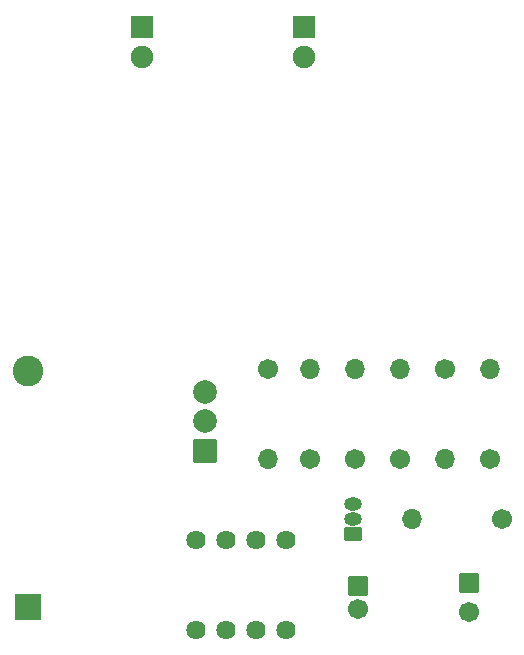
<source format=gts>
%TF.GenerationSoftware,KiCad,Pcbnew,(6.0.6)*%
%TF.CreationDate,2022-11-23T01:26:38+07:00*%
%TF.ProjectId,555_Badge,3535355f-4261-4646-9765-2e6b69636164,v01*%
%TF.SameCoordinates,Original*%
%TF.FileFunction,Soldermask,Top*%
%TF.FilePolarity,Negative*%
%FSLAX46Y46*%
G04 Gerber Fmt 4.6, Leading zero omitted, Abs format (unit mm)*
G04 Created by KiCad (PCBNEW (6.0.6)) date 2022-11-23 01:26:38*
%MOMM*%
%LPD*%
G01*
G04 APERTURE LIST*
G04 Aperture macros list*
%AMRoundRect*
0 Rectangle with rounded corners*
0 $1 Rounding radius*
0 $2 $3 $4 $5 $6 $7 $8 $9 X,Y pos of 4 corners*
0 Add a 4 corners polygon primitive as box body*
4,1,4,$2,$3,$4,$5,$6,$7,$8,$9,$2,$3,0*
0 Add four circle primitives for the rounded corners*
1,1,$1+$1,$2,$3*
1,1,$1+$1,$4,$5*
1,1,$1+$1,$6,$7*
1,1,$1+$1,$8,$9*
0 Add four rect primitives between the rounded corners*
20,1,$1+$1,$2,$3,$4,$5,0*
20,1,$1+$1,$4,$5,$6,$7,0*
20,1,$1+$1,$6,$7,$8,$9,0*
20,1,$1+$1,$8,$9,$2,$3,0*%
G04 Aperture macros list end*
%ADD10C,1.701600*%
%ADD11O,1.701600X1.701600*%
%ADD12C,1.625600*%
%ADD13RoundRect,0.050800X-0.900000X0.900000X-0.900000X-0.900000X0.900000X-0.900000X0.900000X0.900000X0*%
%ADD14C,1.901600*%
%ADD15RoundRect,0.050800X0.950000X-0.950000X0.950000X0.950000X-0.950000X0.950000X-0.950000X-0.950000X0*%
%ADD16C,2.001600*%
%ADD17RoundRect,0.050800X1.085000X-1.085000X1.085000X1.085000X-1.085000X1.085000X-1.085000X-1.085000X0*%
%ADD18C,2.601600*%
%ADD19RoundRect,0.050800X-0.800000X0.800000X-0.800000X-0.800000X0.800000X-0.800000X0.800000X0.800000X0*%
%ADD20O,1.498600X1.117600*%
%ADD21RoundRect,0.050800X0.698500X-0.508000X0.698500X0.508000X-0.698500X0.508000X-0.698500X-0.508000X0*%
G04 APERTURE END LIST*
D10*
%TO.C,R7*%
X169926000Y-109220000D03*
D11*
X169926000Y-101600000D03*
%TD*%
D12*
%TO.C,U1*%
X152654000Y-123698000D03*
X155194000Y-123698000D03*
X157734000Y-123698000D03*
X160274000Y-123698000D03*
X160274000Y-116078000D03*
X157734000Y-116078000D03*
X155194000Y-116078000D03*
X152654000Y-116078000D03*
%TD*%
D10*
%TO.C,R2*%
X162306000Y-109220000D03*
D11*
X162306000Y-101600000D03*
%TD*%
D13*
%TO.C,D1*%
X148082000Y-72639000D03*
D14*
X148082000Y-75179000D03*
%TD*%
D13*
%TO.C,D2*%
X161798000Y-72644000D03*
D14*
X161798000Y-75184000D03*
%TD*%
D10*
%TO.C,R6*%
X166116000Y-109220000D03*
D11*
X166116000Y-101600000D03*
%TD*%
D15*
%TO.C,S1*%
X153416000Y-108552000D03*
D16*
X153416000Y-106052000D03*
X153416000Y-103552000D03*
%TD*%
D17*
%TO.C,BAT1*%
X138430000Y-121805700D03*
D18*
X138430000Y-101805700D03*
%TD*%
D10*
%TO.C,R5*%
X178562000Y-114300000D03*
D11*
X170942000Y-114300000D03*
%TD*%
%TO.C,R4*%
X177546000Y-101600000D03*
D10*
X177546000Y-109220000D03*
%TD*%
%TO.C,C1*%
X166370000Y-121948888D03*
D19*
X166370000Y-119948888D03*
%TD*%
D10*
%TO.C,R1*%
X158750000Y-101600000D03*
D11*
X158750000Y-109220000D03*
%TD*%
%TO.C,R3*%
X173736000Y-109220000D03*
D10*
X173736000Y-101600000D03*
%TD*%
D20*
%TO.C,Q1*%
X165968000Y-113030000D03*
X165968000Y-114300000D03*
D21*
X165968000Y-115570000D03*
%TD*%
D19*
%TO.C,C2*%
X175768000Y-119721621D03*
D10*
X175768000Y-122221621D03*
%TD*%
M02*

</source>
